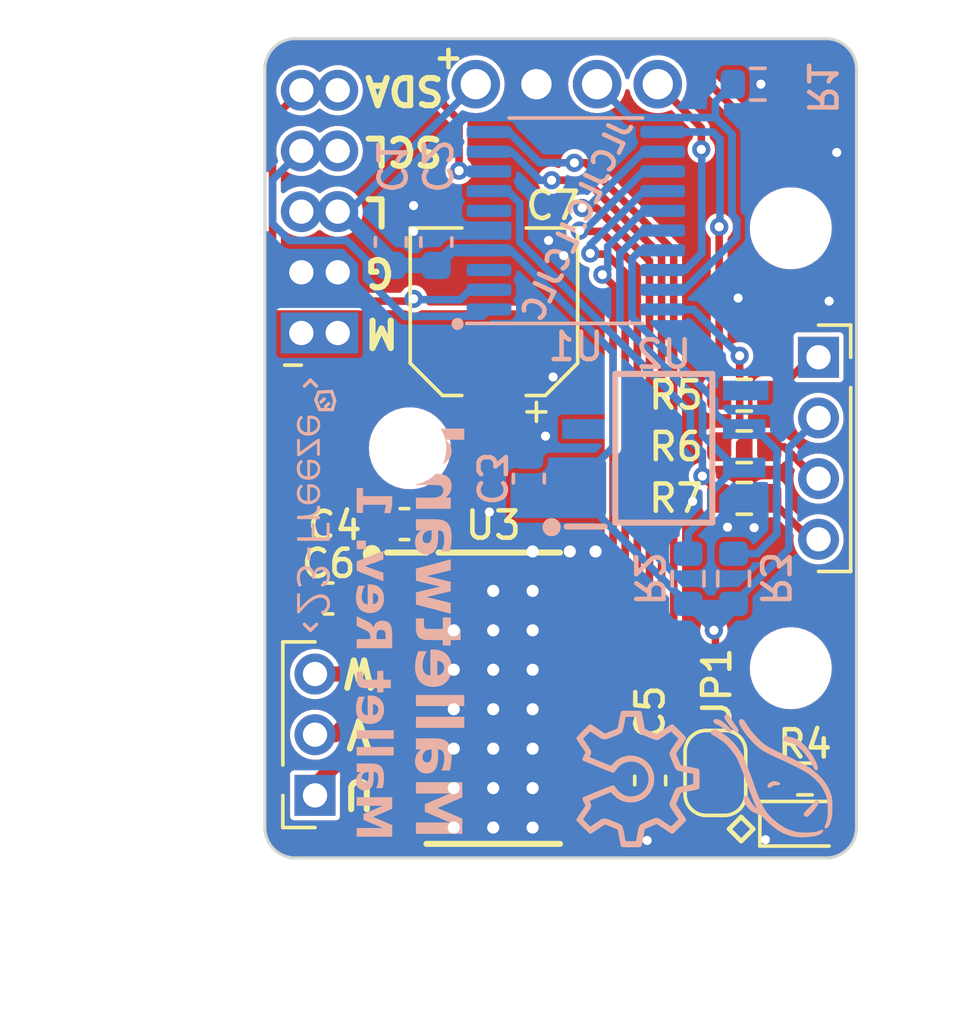
<source format=kicad_pcb>
(kicad_pcb (version 20221018) (generator pcbnew)
  (layers (0 "F.Cu" signal) (31 "B.Cu" signal) (34 "B.Paste" user) (35 "F.Paste" user) (36 "B.SilkS" user "B.Silkscreen") (37 "F.SilkS" user "F.Silkscreen") (38 "B.Mask" user) (39 "F.Mask" user) (44 "Edge.Cuts" user))
  (net 0 "")
  (net 1 "+3.3V")
  (net 2 "GND")
  (net 3 "Net-(U3-CPL)")
  (net 4 "Net-(U3-CPH)")
  (net 5 "V3P3O")
  (net 6 "Net-(U3-VCP)")
  (net 7 "VM")
  (net 8 "Net-(D1-A)")
  (net 9 "UNIT_SCL")
  (net 10 "MOTOR_U")
  (net 11 "MOTOR_V")
  (net 12 "MOTOR_W")
  (net 13 "SWCLK")
  (net 14 "SWDIO")
  (net 15 "MAG_SCL")
  (net 16 "MAG_SDA")
  (net 17 "LED_ACT")
  (net 18 "LED_R")
  (net 19 "LED_G")
  (net 20 "LED_B")
  (net 21 "IN_W")
  (net 22 "IN_V")
  (net 23 "IN_U")
  (net 24 "EN")
  (net 25 "NSLEEP")
  (net 26 "NFAULT")
  (net 29 "UNIT_SDA")
  (net 34 "Net-(J4-Pin_1)")
  (net 35 "Net-(J4-Pin_3)")
  (net 36 "Net-(J4-Pin_4)")
  (footprint "Resistor_SMD:R_0603_1608Metric" (layer "F.Cu") (at 36.15 39.1)
    (fp_text reference "R4" (at 0 -1.15) (layer "F.SilkS") (effects (font (size 0.9 0.9))))
    (fp_text value "6.8k")
    (pad "1" smd roundrect (at -0.825 0) (size 0.8 0.95) (layers "F.Cu" "F.Paste" "F.Mask") (net 17 "LED_ACT"))
    (pad "2" smd roundrect (at 0.825 0) (size 0.8 0.95) (layers "F.Cu" "F.Paste" "F.Mask") (net 8 "Net-(D1-A)"))
  )
  (footprint "Connector_PinHeader_2.00mm:PinHeader_1x05_P2.00mm_Vertical" (layer "F.Cu") (at 19.55 24.4 180)
    (fp_text reference "J1" hide)
    (fp_text value "Conn_01x05")
    (pad "1" thru_hole rect (at 0 0 180) (size 1.35 1.35) (drill 0.8) (layers "*.Cu" "*.Mask") (net 7 "VM"))
    (pad "2" thru_hole oval (at 0 2 180) (size 1.35 1.35) (drill 0.8) (layers "*.Cu" "*.Mask") (net 2 "GND"))
    (pad "3" thru_hole oval (at 0 4 180) (size 1.35 1.35) (drill 0.8) (layers "*.Cu" "*.Mask") (net 1 "+3.3V"))
    (pad "4" thru_hole oval (at 0 6 180) (size 1.35 1.35) (drill 0.8) (layers "*.Cu" "*.Mask") (net 9 "UNIT_SCL"))
    (pad "5" thru_hole oval (at 0 8 180) (size 1.35 1.35) (drill 0.8) (layers "*.Cu" "*.Mask") (net 29 "UNIT_SDA"))
  )
  (footprint "Connector_PinHeader_2.00mm:PinHeader_1x04_P2.00mm_Vertical" (layer "F.Cu") (at 36.6 25.2)
    (fp_text reference "J4" hide)
    (fp_text value "Conn_01x04")
    (pad "1" thru_hole rect (at 0 0) (size 1.35 1.35) (drill 0.8) (layers "*.Cu" "*.Mask") (net 34 "Net-(J4-Pin_1)"))
    (pad "2" thru_hole oval (at 0 2) (size 1.35 1.35) (drill 0.8) (layers "*.Cu" "*.Mask") (net 1 "+3.3V"))
    (pad "3" thru_hole oval (at 0 4) (size 1.35 1.35) (drill 0.8) (layers "*.Cu" "*.Mask") (net 35 "Net-(J4-Pin_3)"))
    (pad "4" thru_hole oval (at 0 6) (size 1.35 1.35) (drill 0.8) (layers "*.Cu" "*.Mask") (net 36 "Net-(J4-Pin_4)"))
  )
  (footprint "Capacitor_SMD:C_0603_1608Metric" (layer "F.Cu") (at 31.05 39.15 90)
    (fp_text reference "C5" (at 2.25 0 90) (layer "F.SilkS") (effects (font (size 0.9 0.9))))
    (fp_text value "470n")
    (pad "1" smd roundrect (at -0.775 0 90) (size 0.9 0.95) (layers "F.Cu" "F.Paste" "F.Mask") (net 5 "V3P3O"))
    (pad "2" smd roundrect (at 0.775 0 90) (size 0.9 0.95) (layers "F.Cu" "F.Paste" "F.Mask") (net 2 "GND"))
  )
  (footprint "Capacitor_SMD:C_0603_1608Metric" (layer "F.Cu") (at 20.45 33.15 180)
    (fp_text reference "C6" (at 0 1.15 180) (layer "F.SilkS") (effects (font (size 0.9 0.9))))
    (fp_text value "100n")
    (pad "1" smd roundrect (at -0.775 0 180) (size 0.9 0.95) (layers "F.Cu" "F.Paste" "F.Mask") (net 6 "Net-(U3-VCP)"))
    (pad "2" smd roundrect (at 0.775 0 180) (size 0.9 0.95) (layers "F.Cu" "F.Paste" "F.Mask") (net 7 "VM"))
  )
  (footprint "Resistor_SMD:R_0603_1608Metric" (layer "F.Cu") (at 34.15 28.15 180)
    (fp_text reference "R6" (at 2.25 0 180) (layer "F.SilkS") (effects (font (size 0.9 0.9))))
    (fp_text value "220")
    (pad "1" smd roundrect (at -0.825 0 180) (size 0.8 0.95) (layers "F.Cu" "F.Paste" "F.Mask") (net 35 "Net-(J4-Pin_3)"))
    (pad "2" smd roundrect (at 0.825 0 180) (size 0.8 0.95) (layers "F.Cu" "F.Paste" "F.Mask") (net 19 "LED_G"))
  )
  (footprint "Capacitor_SMD:C_0603_1608Metric" (layer "F.Cu") (at 22.95 30.7 180)
    (fp_text reference "C4" (at 2.3 -0.05) (layer "F.SilkS") (effects (font (size 0.9 0.9))))
    (fp_text value "10n")
    (pad "1" smd roundrect (at -0.775 0 180) (size 0.9 0.95) (layers "F.Cu" "F.Paste" "F.Mask") (net 3 "Net-(U3-CPL)"))
    (pad "2" smd roundrect (at 0.775 0 180) (size 0.9 0.95) (layers "F.Cu" "F.Paste" "F.Mask") (net 4 "Net-(U3-CPH)"))
  )
  (footprint "Jumper:SolderJumper-2_P1.3mm_Open_RoundedPad1.0x1.5mm" (layer "F.Cu") (at 33.2 38.9 90)
    (fp_text reference "JP1" (at 2.9 0.05 90) (layer "F.SilkS") (effects (font (size 0.9 0.9))))
    (fp_text value "SolderJumper_2_Open")
    (pad "1" smd custom (at -0.65 0 90) (size 1 0.5) (layers "F.Cu" "F.Mask") (net 5 "V3P3O") (options (clearance outline) (anchor rect)) (primitives (gr_circle (center 0 0.25) (end 0.5 0.25) (width 0) (fill yes)) (gr_circle (center 0 -0.25) (end 0.5 -0.25) (width 0) (fill yes)) (gr_poly (pts (xy 0.5 0.75) (xy 0 0.75) (xy 0 -0.75) (xy 0.5 -0.75)) (width 0) (fill yes))))
    (pad "2" smd custom (at 0.65 0 90) (size 1 0.5) (layers "F.Cu" "F.Mask") (net 1 "+3.3V") (options (clearance outline) (anchor rect)) (primitives (gr_circle (center 0 0.25) (end 0.5 0.25) (width 0) (fill yes)) (gr_circle (center 0 -0.25) (end 0.5 -0.25) (width 0) (fill yes)) (gr_poly (pts (xy 0 0.75) (xy -0.5 0.75) (xy -0.5 -0.75) (xy 0 -0.75)) (width 0) (fill yes))))
  )
  (footprint "LED_SMD:LED_0603_1608Metric" (layer "F.Cu") (at 36.15 40.575)
    (fp_text reference "D1" hide)
    (fp_text value "White")
    (pad "1" smd roundrect (at -0.7875 0) (size 0.875 0.95) (layers "F.Cu" "F.Paste" "F.Mask") (net 2 "GND"))
    (pad "2" smd roundrect (at 0.7875 0) (size 0.875 0.95) (layers "F.Cu" "F.Paste" "F.Mask") (net 8 "Net-(D1-A)"))
  )
  (footprint "Resistor_SMD:R_0603_1608Metric" (layer "F.Cu") (at 34.15 29.85 180)
    (fp_text reference "R7" (at 2.25 0 180) (layer "F.SilkS") (effects (font (size 0.9 0.9))))
    (fp_text value "220")
    (pad "1" smd roundrect (at -0.825 0 180) (size 0.8 0.95) (layers "F.Cu" "F.Paste" "F.Mask") (net 36 "Net-(J4-Pin_4)"))
    (pad "2" smd roundrect (at 0.825 0 180) (size 0.8 0.95) (layers "F.Cu" "F.Paste" "F.Mask") (net 20 "LED_B"))
  )
  (footprint "Connector_PinHeader_2.00mm:PinHeader_1x05_P2.00mm_Vertical" (layer "F.Cu") (at 20.75 24.4 180)
    (fp_text reference "J2" hide)
    (fp_text value "Conn_01x05")
    (pad "1" thru_hole rect (at 0 0 180) (size 1.35 1.35) (drill 0.8) (layers "*.Cu" "*.Mask") (net 7 "VM"))
    (pad "2" thru_hole oval (at 0 2 180) (size 1.35 1.35) (drill 0.8) (layers "*.Cu" "*.Mask") (net 2 "GND"))
    (pad "3" thru_hole oval (at 0 4 180) (size 1.35 1.35) (drill 0.8) (layers "*.Cu" "*.Mask") (net 1 "+3.3V"))
    (pad "4" thru_hole oval (at 0 6 180) (size 1.35 1.35) (drill 0.8) (layers "*.Cu" "*.Mask") (net 9 "UNIT_SCL"))
    (pad "5" thru_hole oval (at 0 8 180) (size 1.35 1.35) (drill 0.8) (layers "*.Cu" "*.Mask") (net 29 "UNIT_SDA"))
  )
  (footprint "Connector_PinHeader_2.00mm:PinHeader_1x03_P2.00mm_Vertical" (layer "F.Cu") (at 20 39.64 180)
    (fp_text reference "J3" hide)
    (fp_text value "Conn_01x03")
    (pad "1" thru_hole rect (at 0 0 180) (size 1.35 1.35) (drill 0.8) (layers "*.Cu" "*.Mask") (net 10 "MOTOR_U"))
    (pad "2" thru_hole oval (at 0 2 180) (size 1.35 1.35) (drill 0.8) (layers "*.Cu" "*.Mask") (net 11 "MOTOR_V"))
    (pad "3" thru_hole oval (at 0 4 180) (size 1.35 1.35) (drill 0.8) (layers "*.Cu" "*.Mask") (net 12 "MOTOR_W"))
  )
  (footprint "Mallet_footprints:SOP65P640X120-29N" (layer "F.Cu") (at 25.875 36.4375)
    (fp_text reference "U3" (at 0 -5.7) (layer "F.SilkS") (effects (font (size 0.9 0.9))))
    (fp_text value "DRV8313PWPR" hide)
    (pad "1" smd rect (at -2.938 -4.225 90) (size 0.45 1.475) (layers "F.Cu" "F.Paste" "F.Mask") (net 3 "Net-(U3-CPL)"))
    (pad "2" smd rect (at -2.938 -3.575 90) (size 0.45 1.475) (layers "F.Cu" "F.Paste" "F.Mask") (net 4 "Net-(U3-CPH)"))
    (pad "3" smd rect (at -2.938 -2.925 90) (size 0.45 1.475) (layers "F.Cu" "F.Paste" "F.Mask") (net 6 "Net-(U3-VCP)"))
    (pad "4" smd rect (at -2.938 -2.275 90) (size 0.45 1.475) (layers "F.Cu" "F.Paste" "F.Mask") (net 7 "VM"))
    (pad "5" smd rect (at -2.938 -1.625 90) (size 0.45 1.475) (layers "F.Cu" "F.Paste" "F.Mask") (net 12 "MOTOR_W"))
    (pad "6" smd rect (at -2.938 -0.975 90) (size 0.45 1.475) (layers "F.Cu" "F.Paste" "F.Mask") (net 2 "GND"))
    (pad "7" smd rect (at -2.938 -0.325 90) (size 0.45 1.475) (layers "F.Cu" "F.Paste" "F.Mask") (net 2 "GND"))
    (pad "8" smd rect (at -2.938 0.325 90) (size 0.45 1.475) (layers "F.Cu" "F.Paste" "F.Mask") (net 11 "MOTOR_V"))
    (pad "9" smd rect (at -2.938 0.975 90) (size 0.45 1.475) (layers "F.Cu" "F.Paste" "F.Mask") (net 10 "MOTOR_U"))
    (pad "10" smd rect (at -2.938 1.625 90) (size 0.45 1.475) (layers "F.Cu" "F.Paste" "F.Mask") (net 2 "GND"))
    (pad "11" smd rect (at -2.938 2.275 90) (size 0.45 1.475) (layers "F.Cu" "F.Paste" "F.Mask") (net 7 "VM"))
    (pad "12" smd rect (at -2.938 2.925 90) (size 0.45 1.475) (layers "F.Cu" "F.Paste" "F.Mask") (net 2 "GND"))
    (pad "13" smd rect (at -2.938 3.575 90) (size 0.45 1.475) (layers "F.Cu" "F.Paste" "F.Mask") (net 2 "GND"))
    (pad "14" smd rect (at -2.938 4.225 90) (size 0.45 1.475) (layers "F.Cu" "F.Paste" "F.Mask") (net 2 "GND"))
    (pad "15" smd rect (at 2.938 4.225 90) (size 0.45 1.475) (layers "F.Cu" "F.Paste" "F.Mask") (net 5 "V3P3O"))
    (pad "16" smd rect (at 2.938 3.575 90) (size 0.45 1.475) (layers "F.Cu" "F.Paste" "F.Mask") (net 5 "V3P3O"))
    (pad "17" smd rect (at 2.938 2.925 90) (size 0.45 1.475) (layers "F.Cu" "F.Paste" "F.Mask") (net 25 "NSLEEP"))
    (pad "18" smd rect (at 2.938 2.275 90) (size 0.45 1.475) (layers "F.Cu" "F.Paste" "F.Mask") (net 26 "NFAULT"))
    (pad "19" smd rect (at 2.938 1.625 90) (size 0.45 1.475) (layers "F.Cu" "F.Paste" "F.Mask"))
    (pad "20" smd rect (at 2.938 0.975 90) (size 0.45 1.475) (layers "F.Cu" "F.Paste" "F.Mask") (net 2 "GND"))
    (pad "21" smd rect (at 2.938 0.325 90) (size 0.45 1.475) (layers "F.Cu" "F.Paste" "F.Mask"))
    (pad "22" smd rect (at 2.938 -0.325 90) (size 0.45 1.475) (layers "F.Cu" "F.Paste" "F.Mask") (net 24 "EN"))
    (pad "23" smd rect (at 2.938 -0.975 90) (size 0.45 1.475) (layers "F.Cu" "F.Paste" "F.Mask") (net 23 "IN_U"))
    (pad "24" smd rect (at 2.938 -1.625 90) (size 0.45 1.475) (layers "F.Cu" "F.Paste" "F.Mask") (net 24 "EN"))
    (pad "25" smd rect (at 2.938 -2.275 90) (size 0.45 1.475) (layers "F.Cu" "F.Paste" "F.Mask") (net 22 "IN_V"))
    (pad "26" smd rect (at 2.938 -2.925 90) (size 0.45 1.475) (layers "F.Cu" "F.Paste" "F.Mask") (net 24 "EN"))
    (pad "27" smd rect (at 2.938 -3.575 90) (size 0.45 1.475) (layers "F.Cu" "F.Paste" "F.Mask") (net 21 "IN_W"))
    (pad "28" smd rect (at 2.938 -4.225 90) (size 0.45 1.475) (layers "F.Cu" "F.Paste" "F.Mask") (net 2 "GND"))
    (pad "29" smd rect (at 0 0) (size 3.1 5.18) (layers "F.Cu" "F.Paste" "F.Mask") (net 2 "GND"))
  )
  (footprint "Mallet_footprints:TestPoints_1x04_P2.0" (layer "F.Cu") (at 28.3 16.2)
    (fp_text reference "J5" hide)
    (fp_text value "Conn_01x04")
    (fp_text user "+" (at -3.9 -0.9 unlocked) (layer "F.SilkS") (effects (font (size 0.75 0.75))))
    (pad "1" thru_hole circle (at -3 0) (size 1.6 1.6) (drill 1) (layers "*.Cu" "*.Mask") (net 1 "+3.3V"))
    (pad "2" thru_hole circle (at -1 0) (size 1.6 1.6) (drill 1) (layers "*.Cu" "*.Mask") (net 2 "GND"))
    (pad "3" thru_hole circle (at 1 0) (size 1.6 1.6) (drill 1) (layers "*.Cu" "*.Mask") (net 13 "SWCLK"))
    (pad "4" thru_hole circle (at 3 0) (size 1.6 1.6) (drill 1) (layers "*.Cu" "*.Mask") (net 14 "SWDIO"))
  )
  (footprint "Capacitor_SMD:CP_Elec_5x3.9" (layer "F.Cu") (at 25.9 23.7 90)
    (fp_text reference "C7" (at 3.5 1.95 180) (layer "F.SilkS") (effects (font (size 0.9 0.9))))
    (fp_text value "10u")
    (pad "1" smd roundrect (at -2.2 0 90) (size 3 1.6) (layers "F.Cu" "F.Paste" "F.Mask") (roundrect_rratio 0.15625) (net 7 "VM"))
    (pad "2" smd roundrect (at 2.2 0 90) (size 3 1.6) (layers "F.Cu" "F.Paste" "F.Mask") (roundrect_rratio 0.15625) (net 2 "GND"))
  )
  (footprint "Mallet_footprints:MountingHoles_M3_Tri14.5" (layer "F.Cu") (at 31.5 28.2 -30)
    (fp_text reference "H1" hide)
    (fp_text value "MountingHole")
    (pad "" np_thru_hole circle (at -7.25 4.185789 330) (size 2.4 2.4) (drill 2.4) (layers "F&B.Cu" "*.Mask"))
    (pad "" np_thru_hole circle (at 0 -8.371579 330) (size 2.4 2.4) (drill 2.4) (layers "F&B.Cu" "*.Mask"))
    (pad "" np_thru_hole circle (at 7.25 4.185789 330) (size 2.4 2.4) (drill 2.4) (layers "F&B.Cu" "*.Mask"))
  )
  (footprint "Resistor_SMD:R_0603_1608Metric" (layer "F.Cu") (at 34.15 26.45 180)
    (fp_text reference "R5" (at 2.25 0 180) (layer "F.SilkS") (effects (font (size 0.9 0.9))))
    (fp_text value "220")
    (pad "1" smd roundrect (at -0.825 0 180) (size 0.8 0.95) (layers "F.Cu" "F.Paste" "F.Mask") (net 34 "Net-(J4-Pin_1)"))
    (pad "2" smd roundrect (at 0.825 0 180) (size 0.8 0.95) (layers "F.Cu" "F.Paste" "F.Mask") (net 18 "LED_R"))
  )
  (footprint "Capacitor_SMD:C_0603_1608Metric" (layer "B.Cu") (at 22.5 21.4 90)
    (fp_text reference "C1" (at 2.5 0 270 unlocked) (layer "B.SilkS") (effects (font (size 0.9 0.9)) (justify mirror)))
    (fp_text value "4.7u")
    (pad "1" smd roundrect (at -0.775 0 90) (size 0.9 0.95) (layers "B.Cu" "B.Paste" "B.Mask") (net 1 "+3.3V"))
    (pad "2" smd roundrect (at 0.775 0 90) (size 0.9 0.95) (layers "B.Cu" "B.Paste" "B.Mask") (net 2 "GND"))
  )
  (footprint "LOGO" (layer "B.Cu") (at 30.65 39.1 90)
    (fp_text reference "G***" hide)
    (fp_text value "LOGO" hide)
  )
  (footprint "LOGO" (layer "B.Cu") (at 34.970316 38.943527 90)
    (fp_text reference "G***" hide)
    (fp_text value "LOGO" hide)
  )
  (footprint "Resistor_SMD:R_0603_1608Metric" (layer "B.Cu") (at 33.8 32.5 90)
    (fp_text reference "R3" (at 0 1.35 270 unlocked) (layer "B.SilkS") (effects (font (size 0.9 0.9)) (justify mirror)))
    (fp_text value "1.5k")
    (pad "1" smd roundrect (at -0.825 0 90) (size 0.8 0.95) (layers "B.Cu" "B.Paste" "B.Mask") (net 1 "+3.3V"))
    (pad "2" smd roundrect (at 0.825 0 90) (size 0.8 0.95) (layers "B.Cu" "B.Paste" "B.Mask") (net 16 "MAG_SDA"))
  )
  (footprint "Capacitor_SMD:C_0603_1608Metric" (layer "B.Cu") (at 24 21.4 90)
    (fp_text reference "C2" (at 2.5 0 270 unlocked) (layer "B.SilkS") (effects (font (size 0.9 0.9)) (justify mirror)))
    (fp_text value "100n")
    (pad "1" smd roundrect (at -0.775 0 90) (size 0.9 0.95) (layers "B.Cu" "B.Paste" "B.Mask") (net 1 "+3.3V"))
    (pad "2" smd roundrect (at 0.775 0 90) (size 0.9 0.95) (layers "B.Cu" "B.Paste" "B.Mask") (net 2 "GND"))
  )
  (footprint "Resistor_SMD:R_0603_1608Metric" (layer "B.Cu") (at 32.3 32.5 90)
    (fp_text reference "R2" (at 0 -1.3 270 unlocked) (layer "B.SilkS") (effects (font (size 0.9 0.9)) (justify mirror)))
    (fp_text value "1.5k")
    (pad "1" smd roundrect (at -0.825 0 90) (size 0.8 0.95) (layers "B.Cu" "B.Paste" "B.Mask") (net 1 "+3.3V"))
    (pad "2" smd roundrect (at 0.825 0 90) (size 0.8 0.95) (layers "B.Cu" "B.Paste" "B.Mask") (net 15 "MAG_SCL"))
  )
  (footprint "Capacitor_SMD:C_0603_1608Metric" (layer "B.Cu") (at 27.05 29.2 90)
    (fp_text reference "C3" (at 0 -1.25 270 unlocked) (layer "B.SilkS") (effects (font (size 0.9 0.9)) (justify mirror)))
    (fp_text value "100n")
    (pad "1" smd roundrect (at -0.775 0 90) (size 0.9 0.95) (layers "B.Cu" "B.Paste" "B.Mask") (net 1 "+3.3V"))
    (pad "2" smd roundrect (at 0.775 0 90) (size 0.9 0.95) (layers "B.Cu" "B.Paste" "B.Mask") (net 2 "GND"))
  )
  (footprint "Mallet_footprints:SOIC127P600X175-8N" (layer "B.Cu") (at 31.5 28.2)
    (fp_text reference "U2" (at 0 -3.1 180) (layer "B.SilkS") (effects (font (size 0.9 0.9)) (justify mirror)))
    (fp_text value "AS5600L-ASOM" hide)
    (pad "1" smd rect (at -2.7 1.905 270) (size 0.65 1.5) (layers "B.Cu" "B.Paste" "B.Mask") (net 1 "+3.3V"))
    (pad "2" smd rect (at -2.65 0.635 270) (size 0.65 1.4) (layers "B.Cu" "B.Paste" "B.Mask") (net 1 "+3.3V"))
    (pad "3" smd rect (at -2.65 -0.635 270) (size 0.65 1.4) (layers "B.Cu" "B.Paste" "B.Mask"))
    (pad "4" smd rect (at -2.7 -1.905 270) (size 0.65 1.5) (layers "B.Cu" "B.Paste" "B.Mask") (net 2 "GND"))
    (pad "5" smd rect (at 2.7 -1.905 270) (size 0.65 1.5) (layers "B.Cu" "B.Paste" "B.Mask"))
    (pad "6" smd rect (at 2.65 -0.635 270) (size 0.65 1.4) (layers "B.Cu" "B.Paste" "B.Mask") (net 16 "MAG_SDA"))
    (pad "7" smd rect (at 2.65 0.635 270) (size 0.65 1.4) (layers "B.Cu" "B.Paste" "B.Mask") (net 15 "MAG_SCL"))
    (pad "8" smd rect (at 2.7 1.905 270) (size 0.65 1.5) (layers "B.Cu" "B.Paste" "B.Mask") (net 2 "GND"))
  )
  (footprint "Resistor_SMD:R_0603_1608Metric" (layer "B.Cu") (at 34.6 16.2)
    (fp_text reference "R1" (at 2.1 0.1 -90 unlocked) (layer "B.SilkS") (effects (font (size 0.9 0.9)) (justify mirror)))
    (fp_text value "1M")
    (pad "1" smd roundrect (at -0.825 0) (size 0.8 0.95) (layers "B.Cu" "B.Paste" "B.Mask") (net 13 "SWCLK"))
    (pad "2" smd roundrect (at 0.825 0) (size 0.8 0.95) (layers "B.Cu" "B.Paste" "B.Mask") (net 2 "GND"))
  )
  (footprint "LOGO" (layer "B.Cu") (at 19.95 30.4 90)
    (fp_text reference "G***" hide)
    (fp_text value "LOGO" hide)
  )
  (footprint "Package_SO:TSSOP-20_4.4x6.5mm_P0.65mm" (layer "B.Cu") (at 28.6 20.7)
    (fp_text reference "U1" (at 0 4.15) (layer "B.SilkS") (effects (font (size 0.9 0.9)) (justify mirror)))
    (fp_text value "STM32G030F6Px")
    (pad "1" smd roundrect (at -2.8625 2.925) (size 1.475 0.4) (layers "B.Cu" "B.Paste" "B.Mask") (net 9 "UNIT_SCL"))
    (pad "2" smd roundrect (at -2.8625 2.275) (size 1.475 0.4) (layers "B.Cu" "B.Paste" "B.Mask") (net 29 "UNIT_SDA"))
    (pad "3" smd roundrect (at -2.8625 1.625) (size 1.475 0.4) (layers "B.Cu" "B.Paste" "B.Mask"))
    (pad "4" smd roundrect (at -2.8625 0.975) (size 1.475 0.4) (layers "B.Cu" "B.Paste" "B.Mask") (net 1 "+3.3V"))
    (pad "5" smd roundrect (at -2.8625 0.325) (size 1.475 0.4) (layers "B.Cu" "B.Paste" "B.Mask") (net 2 "GND"))
    (pad "6" smd roundrect (at -2.8625 -0.325) (size 1.475 0.4) (layers "B.Cu" "B.Paste" "B.Mask"))
    (pad "7" smd roundrect (at -2.8625 -0.975) (size 1.475 0.4) (layers "B.Cu" "B.Paste" "B.Mask") (net 20 "LED_B"))
    (pad "8" smd roundrect (at -2.8625 -1.625) (size 1.475 0.4) (layers "B.Cu" "B.Paste" "B.Mask") (net 17 "LED_ACT"))
    (pad "9" smd roundrect (at -2.8625 -2.275) (size 1.475 0.4) (layers "B.Cu" "B.Paste" "B.Mask") (net 26 "NFAULT"))
    (pad "10" smd roundrect (at -2.8625 -2.925) (size 1.475 0.4) (layers "B.Cu" "B.Paste" "B.Mask") (net 25 "NSLEEP"))
    (pad "11" smd roundrect (at 2.8625 -2.925) (size 1.475 0.4) (layers "B.Cu" "B.Paste" "B.Mask") (net 18 "LED_R"))
    (pad "12" smd roundrect (at 2.8625 -2.275) (size 1.475 0.4) (layers "B.Cu" "B.Paste" "B.Mask") (net 24 "EN"))
    (pad "13" smd roundrect (at 2.8625 -1.625) (size 1.475 0.4) (layers "B.Cu" "B.Paste" "B.Mask") (net 23 "IN_U"))
    (pad "14" smd roundrect (at 2.8625 -0.975) (size 1.475 0.4) (layers "B.Cu" "B.Paste" "B.Mask") (net 22 "IN_V"))
    (pad "15" smd roundrect (at 2.8625 -0.325) (size 1.475 0.4) (layers "B.Cu" "B.Paste" "B.Mask") (net 21 "IN_W"))
    (pad "16" smd roundrect (at 2.8625 0.325) (size 1.475 0.4) (layers "B.Cu" "B.Paste" "B.Mask") (net 15 "MAG_SCL"))
    (pad "17" smd roundrect (at 2.8625 0.975) (size 1.475 0.4) (layers "B.Cu" "B.Paste" "B.Mask") (net 16 "MAG_SDA"))
    (pad "18" smd roundrect (at 2.8625 1.625) (size 1.475 0.4) (layers "B.Cu" "B.Paste" "B.Mask") (net 14 "SWDIO"))
    (pad "19" smd roundrect (at 2.8625 2.275) (size 1.475 0.4) (layers "B.Cu" "B.Paste" "B.Mask") (net 13 "SWCLK"))
    (pad "20" smd roundrect (at 2.8625 2.925) (size 1.475 0.4) (layers "B.Cu" "B.Paste" "B.Mask") (net 19 "LED_G"))
  )
  (gr_line (start 19.85 34.2) (end 20.05 34) (stroke (width 0.11)) (layer "B.SilkS"))
  (gr_line (start 20.025 26.6) (end 20.125 26.35) (stroke (width 0.11)) (layer "B.SilkS"))
  (gr_line (start 19.65 34) (end 19.85 34.2) (stroke (width 0.11)) (layer "B.SilkS"))
  (gr_line (start 20.45 26.725) (end 20.35 26.825) (stroke (width 0.11)) (layer "B.SilkS"))
  (gr_line (start 19.65 26.15) (end 19.85 25.95) (stroke (width 0.11)) (layer "B.SilkS"))
  (gr_line (start 20.3 26.575) (end 20.2 26.675) (stroke (width 0.11)) (layer "B.SilkS"))
  (gr_line (start 20.575 26.925) (end 20.15 26.925) (stroke (width 0.11)) (layer "B.SilkS"))
  (gr_circle (center 24.7 24.1) (end 24.9 24.1) (fill solid) (layer "B.SilkS"))
  (gr_line (start 20.65 26.625) (end 20.575 26.925) (stroke (width 0.11)) (layer "B.SilkS"))
  (gr_line (start 20.125 26.35) (end 20.525 26.325) (stroke (width 0.11)) (layer "B.SilkS"))
  (gr_line (start 20.55 26.325) (end 20.65 26.625) (stroke (width 0.11)) (layer "B.SilkS"))
  (gr_line (start 19.85 25.95) (end 20.05 26.15) (stroke (width 0.11)) (layer "B.SilkS"))
  (gr_line (start 20.15 26.925) (end 20.025 26.6) (stroke (width 0.11)) (layer "B.SilkS"))
  (gr_line (start 34.45 40.75) (end 34.05 41.15) (stroke (width 0.15)) (layer "F.SilkS"))
  (gr_line (start 34.05 40.35) (end 34.45 40.75) (stroke (width 0.15)) (layer "F.SilkS"))
  (gr_line (start 34.05 41.15) (end 33.65 40.75) (stroke (width 0.15)) (layer "F.SilkS"))
  (gr_line (start 33.65 40.75) (end 34.05 40.35) (stroke (width 0.15)) (layer "F.SilkS"))
  (gr_line (start 37.85 15.7) (end 37.85 40.7) (stroke (width 0.1)) (layer "Edge.Cuts"))
  (gr_arc (start 18.35 15.7) (mid 18.642893 14.992894) (end 19.35 14.7) (stroke (width 0.1)) (layer "Edge.Cuts"))
  (gr_line (start 18.35 15.7) (end 18.35 40.7) (stroke (width 0.1)) (layer "Edge.Cuts"))
  (gr_line (start 19.35 41.7) (end 36.85 41.7) (stroke (width 0.1)) (layer "Edge.Cuts"))
  (gr_arc (start 37.85 40.7) (mid 37.557107 41.407107) (end 36.85 41.7) (stroke (width 0.1)) (layer "Edge.Cuts"))
  (gr_line (start 19.35 14.7) (end 36.85 14.7) (stroke (width 0.1)) (layer "Edge.Cuts"))
  (gr_arc (start 19.35 41.7) (mid 18.642894 41.407107) (end 18.35 40.7) (stroke (width 0.1)) (layer "Edge.Cuts"))
  (gr_arc (start 36.85 14.7) (mid 37.557107 14.992893) (end 37.85 15.7) (stroke (width 0.1)) (layer "Edge.Cuts"))
  (gr_text "Mallet Rev. 1" (at 21.85 41.15 270) (layer "B.SilkS") (effects (font (size 1.15 1.15) (thickness 0.2) bold) (justify left mirror)))
  (gr_text "Malletwand" (at 23.95 41.1 270) (layer "B.SilkS") (effects (font (size 1.5 1.5) (thickness 0.2) bold) (justify left mirror)))
  (gr_text "JLCJLCJLCJLC" (at 28.65 20.65 65) (layer "B.SilkS") (effects (font (size 0.7 0.7)) (justify mirror)))
  (gr_text "V" (at 21.45 37.6 180) (layer "F.SilkS") (effects (font (size 0.9 0.9) (thickness 0.2) bold)))
  (gr_text "L" (at 21.55 20.4 180) (layer "F.SilkS") (effects (font (size 0.9 0.9) (thickness 0.2) bold) (justify right)))
  (gr_text "SCL" (at 21.55 18.4 180) (layer "F.SilkS") (effects (font (size 0.9 0.9) (thickness 0.2) bold) (justify right)))
  (gr_text "W" (at 21.45 35.6 180) (layer "F.SilkS") (effects (font (size 0.9 0.9) (thickness 0.2) bold)))
  (gr_text "M" (at 21.55 24.4 180) (layer "F.SilkS") (effects (font (size 0.9 0.9) (thickness 0.2) bold) (justify right)))
  (gr_text "G" (at 21.55 22.4 180) (layer "F.SilkS") (effects (font (size 0.9 0.9) (thickness 0.2) bold) (justify right)))
  (gr_text "U" (at 21.45 39.6 180) (layer "F.SilkS") (effects (font (size 0.9 0.9) (thickness 0.2) bold)))
  (gr_text "SDA" (at 21.55 16.4 180) (layer "F.SilkS") (effects (font (size 0.9 0.9) (thickness 0.2) bold) (justify right)))
  (segment (start 33.2 38.25) (end 33.2 34.25) (width 0.25) (layer "F.Cu") (net 1))
  (segment (start 33.2 34.25) (end 33.15 34.2) (width 0.25) (layer "F.Cu") (net 1))
  (via (at 33.15 34.2) (size 0.6) (drill 0.3) (layers "F.Cu" "B.Cu") (net 1))
  (segment (start 20.909882 20.4) (end 20.5 20.4) (width 0.5) (layer "B.Cu") (net 1))
  (segment (start 28.8 30.105) (end 27.18 30.105) (width 0.5) (layer "B.Cu") (net 1))
  (segment (start 32.3 33.325) (end 33.8 33.325) (width 0.25) (layer "B.Cu") (net 1))
  (segment (start 29.2275 28.835) (end 29.09 28.835) (width 0.25) (layer "B.Cu") (net 1))
  (segment (start 24.5 21.675) (end 25.7375 21.675) (width 0.4) (layer "B.Cu") (net 1))
  (segment (start 22.5 22.175) (end 22.5 21.990118) (width 0.5) (layer "B.Cu") (net 1))
  (segment (start 35.625 31.5) (end 35.625 28.175) (width 0.25) (layer "B.Cu") (net 1))
  (segment (start 33.15 34.175) (end 32.3 33.325) (width 0.25) (layer "B.Cu") (net 1))
  (segment (start 29.825 25.040686) (end 26.459314 21.675) (width 0.25) (layer "B.Cu") (net 1))
  (segment (start 29.825 28.165) (end 29.825 25.040686) (width 0.25) (layer "B.Cu") (net 1))
  (segment (start 29.155 28.835) (end 29.825 28.165) (width 0.25) (layer "B.Cu") (net 1))
  (segment (start 28.85 28.835) (end 29.155 28.835) (width 0.25) (layer "B.Cu") (net 1))
  (segment (start 33.8 33.325) (end 35.625 31.5) (width 0.25) (layer "B.Cu") (net 1))
  (segment (start 21.1 20.4) (end 20.75 20.4) (width 0.25) (layer "B.Cu") (net 1))
  (segment (start 22.5 21.990118) (end 20.909882 20.4) (width 0.5) (layer "B.Cu") (net 1))
  (segment (start 33.15 34.2) (end 29.45 30.5) (width 0.25) (layer "B.Cu") (net 1))
  (segment (start 27.18 30.105) (end 26.975 29.9) (width 0.5) (layer "B.Cu") (net 1))
  (segment (start 33.15 34.2) (end 33.15 34.175) (width 0.25) (layer "B.Cu") (net 1))
  (segment (start 35.625 28.175) (end 36.6 27.2) (width 0.25) (layer "B.Cu") (net 1))
  (segment (start 29.45 30.5) (end 29.45 30.3) (width 0.25) (layer "B.Cu") (net 1))
  (segment (start 24 22.175) (end 24.5 21.675) (width 0.4) (layer "B.Cu") (net 1))
  (segment (start 25.3 16.2) (end 21.1 20.4) (width 0.25) (layer "B.Cu") (net 1))
  (segment (start 22.5 22.175) (end 22.275 22.175) (width 0.5) (layer "B.Cu") (net 1))
  (segment (start 26.459314 21.675) (end 25.7375 21.675) (width 0.25) (layer "B.Cu") (net 1))
  (segment (start 22.5 22.175) (end 24 22.175) (width 0.5) (layer "B.Cu") (net 1))
  (segment (start 29.45 30.3) (end 29.35 30.2) (width 0.25) (layer "B.Cu") (net 1))
  (via (at 24.575 38.1) (size 0.6) (drill 0.4) (layers "F.Cu" "B.Cu") (net 2))
  (via (at 27.175 35.5) (size 0.6) (drill 0.4) (layers "F.Cu" "B.Cu") (net 2))
  (via (at 24.575 36.8) (size 0.6) (drill 0.4) (layers "F.Cu" "B.Cu") (net 2))
  (via (at 25.875 36.8) (size 0.6) (drill 0.4) (layers "F.Cu" "B.Cu") (net 2))
  (via (at 25.875 32.9) (size 0.6) (drill 0.4) (layers "F.Cu" "B.Cu") (net 2))
  (via (at 34.47789 30.817338) (size 0.6) (drill 0.3) (layers "F.Cu" "B.Cu") (net 2))
  (via (at 27.175 38.1) (size 0.6) (drill 0.4) (layers "F.Cu" "B.Cu") (net 2))
  (via (at 24.575 39.4) (size 0.6) (drill 0.4) (layers "F.Cu" "B.Cu") (net 2))
  (via (at 25.875 34.2) (size 0.6) (drill 0.4) (layers "F.Cu" "B.Cu") (net 2))
  (via (at 29.250003 31.6) (size 0.6) (drill 0.4) (layers "F.Cu" "B.Cu") (net 2))
  (via (at 23.25 21.05) (size 0.6) (drill 0.3) (layers "F.Cu" "B.Cu") (net 2))
  (via (at 27.175 32.9) (size 0.6) (drill 0.4) (layers "F.Cu" "B.Cu") (net 2))
  (via (at 24.575 34.2) (size 0.6) (drill 0.4) (layers "F.Cu" "B.Cu") (net 2))
  (via (at 30.95 41.125) (size 0.6) (drill 0.3) (layers "F.Cu" "B.Cu") (net 2))
  (via (at 25.75 30.3) (size 0.6) (drill 0.3) (layers "F.Cu" "B.Cu") (net 2))
  (via (at 24.575 35.5) (size 0.6) (drill 0.4) (layers "F.Cu" "B.Cu") (net 2))
  (via (at 24.575 40.7) (size 0.6) (drill 0.4) (layers "F.Cu" "B.Cu") (net 2))
  (via (at 25.875 39.4) (size 0.6) (drill 0.4) (layers "F.Cu" "B.Cu") (net 2))
  (via (at 25.875 38.1) (size 0.6) (drill 0.4) (layers "F.Cu" "B.Cu") (net 2))
  (via (at 25.875 40.7) (size 0.6) (drill 0.4) (layers "F.Cu" "B.Cu") (net 2))
  (via (at 37.2 18.45) (size 0.6) (drill 0.3) (layers "F.Cu" "B.Cu") (net 2))
  (via (at 34.85 41.1) (size 0.6) (drill 0.3) (layers "F.Cu" "B.Cu") (net 2))
  (via (at 27.175 31.6) (size 0.6) (drill 0.4) (layers "F.Cu" "B.Cu") (net 2))
  (via (at 27.175 34.2) (size 0.6) (drill 0.4) (layers "F.Cu" "B.Cu") (net 2))
  (via (at 27.175 39.4) (size 0.6) (drill 0.4) (layers "F.Cu" "B.Cu") (net 2))
  (via (at 27.175 40.7) (size 0.6) (drill 0.4) (layers "F.Cu" "B.Cu") (net 2))
  (via (at 33.95 23.25) (size 0.6) (drill 0.3) (layers "F.Cu" "B.Cu") (net 2))
  (via (at 23.25 20.2) (size 0.6) (drill 0.3) (layers "F.Cu" "B.Cu") (net 2))
  (via (at 27.85 25.85) (size 0.6) (drill 0.3) (layers "F.Cu" "B.Cu") (net 2))
  (via (at 33.6 30.8) (size 0.6) (drill 0.3) (layers "F.Cu" "B.Cu") (net 2))
  (via (at 25.875 35.5) (size 0.6) (drill 0.4) (layers "F.Cu" "B.Cu") (net 2))
  (via (at 28.2 21.85) (size 0.6) (drill 0.3) (layers "F.Cu" "B.Cu") (net 2))
  (via (at 34.7 16.2) (size 0.6) (drill 0.3) (layers "F.Cu" "B.Cu") (net 2))
  (via (at 28.4 31.6) (size 0.6) (drill 0.4) (layers "F.Cu" "B.Cu") (net 2))
  (via (at 27.175 36.8) (size 0.6) (drill 0.4) (layers "F.Cu" "B.Cu") (net 2))
  (via (at 36.95 23.35) (size 0.6) (drill 0.3) (layers "F.Cu" "B.Cu") (net 2))
  (via (at 27.7 21.35) (size 0.6) (drill 0.3) (layers "F.Cu" "B.Cu") (net 2))
  (via (at 27.6 27.8) (size 0.6) (drill 0.3) (layers "F.Cu" "B.Cu") (net 2))
  (via (at 32.45 29.95) (size 0.6) (drill 0.3) (layers "F.Cu" "B.Cu") (net 2))
  (segment (start 24.9 21.025) (end 25.7375 21.025) (width 0.5) (layer "B.Cu") (net 2))
  (segment (start 23.725 30.7) (end 22.937 31.488) (width 0.25) (layer "F.Cu") (net 3))
  (segment (start 22.937 31.488) (end 22.937 32.2125) (width 0.25) (layer "F.Cu") (net 3))
  (segment (start 22.937 32.8625) (end 22.0745 32.8625) (width 0.25) (layer "F.Cu") (net 4))
  (segment (start 21.9245 32.7125) (end 21.9245 30.9505) (width 0.25) (layer "F.Cu") (net 4))
  (segment (start 22.0745 32.8625) (end 21.9245 32.7125) (width 0.25) (layer "F.Cu") (net 4))
  (segment (start 21.9245 30.9505) (end 22.175 30.7) (width 0.25) (layer "F.Cu") (net 4))
  (segment (start 21.5875 33.5125) (end 22.937 33.5125) (width 0.25) (layer "F.Cu") (net 6))
  (segment (start 21.225 33.15) (end 21.5875 33.5125) (width 0.25) (layer "F.Cu") (net 6))
  (segment (start 36.9375 40.575) (end 36.9375 39.1375) (width 0.25) (layer "F.Cu") (net 8))
  (segment (start 36.9375 39.1375) (end 36.975 39.1) (width 0.25) (layer "F.Cu") (net 8))
  (segment (start 18.6 19.35) (end 19.55 18.4) (width 0.25) (layer "B.Cu") (net 9))
  (segment (start 21.043503 21.35) (end 19.156497 21.35) (width 0.25) (layer "B.Cu") (net 9))
  (segment (start 21.7 22.006497) (end 21.043503 21.35) (width 0.25) (layer "B.Cu") (net 9))
  (segment (start 25.7375 23.625) (end 25.5125 23.85) (width 0.25) (layer "B.Cu") (net 9))
  (segment (start 19.156497 21.35) (end 18.6 20.793503) (width 0.25) (layer "B.Cu") (net 9))
  (segment (start 22.936827 23.85) (end 21.7 22.613173) (width 0.25) (layer "B.Cu") (net 9))
  (segment (start 21.7 22.613173) (end 21.7 22.006497) (width 0.25) (layer "B.Cu") (net 9))
  (segment (start 18.6 20.793503) (end 18.6 19.35) (width 0.25) (layer "B.Cu") (net 9))
  (segment (start 25.5125 23.85) (end 22.936827 23.85) (width 0.25) (layer "B.Cu") (net 9))
  (segment (start 22.937 37.4125) (end 21.8935 37.4125) (width 0.5) (layer "F.Cu") (net 10))
  (segment (start 21.8935 37.4125) (end 20 39.306) (width 0.5) (layer "F.Cu") (net 10))
  (segment (start 20 39.306) (end 20 39.64) (width 0.5) (layer "F.Cu") (net 10))
  (segment (start 21.5375 36.7625) (end 20.66 37.64) (width 0.5) (layer "F.Cu") (net 11))
  (segment (start 20.66 37.64) (end 20 37.64) (width 0.5) (layer "F.Cu") (net 11))
  (segment (start 22.937 36.7625) (end 21.5375 36.7625) (width 0.5) (layer "F.Cu") (net 11))
  (segment (start 22.937 34.8125) (end 21.6875 34.8125) (width 0.5) (layer "F.Cu") (net 12))
  (segment (start 20.86 35.64) (end 20 35.64) (width 0.5) (layer "F.Cu") (net 12))
  (segment (start 21.6875 34.8125) (end 20.86 35.64) (width 0.5) (layer "F.Cu") (net 12))
  (segment (start 33.2 17.3) (end 33.2 16.775) (width 0.25) (layer "B.Cu") (net 13))
  (segment (start 30.4 17.3) (end 29.3 16.2) (width 0.25) (layer "B.Cu") (net 13))
  (segment (start 33.2 17.3) (end 30.4 17.3) (width 0.25) (layer "B.Cu") (net 13))
  (segment (start 33.75 20.511827) (end 33.75 17.850001) (width 0.25) (layer "B.Cu") (net 13))
  (segment (start 32.175 22.975) (end 33.9 21.25) (width 0.25) (layer "B.Cu") (net 13))
  (segment (start 33.2 16.775) (end 33.775 16.2) (width 0.25) (layer "B.Cu") (net 13))
  (segment (start 31.4625 22.975) (end 32.175 22.975) (width 0.25) (layer "B.Cu") (net 13))
  (segment (start 33.9 21.25) (end 33.9 20.661827) (width 0.25) (layer "B.Cu") (net 13))
  (segment (start 33.75 17.850001) (end 33.2 17.3) (width 0.25) (layer "B.Cu") (net 13))
  (segment (start 33.9 20.661827) (end 33.75 20.511827) (width 0.25) (layer "B.Cu") (net 13))
  (segment (start 32.73557 17.63557) (end 31.3 16.2) (width 0.25) (layer "F.Cu") (net 14))
  (segment (start 32.73557 18.35) (end 32.73557 17.63557) (width 0.25) (layer "F.Cu") (net 14))
  (via (at 32.73557 18.35) (size 0.6) (drill 0.3) (layers "F.Cu" "B.Cu") (net 14))
  (segment (start 32.75 18.36443) (end 32.75 21.774999) (width 0.25) (layer "B.Cu") (net 14))
  (segment (start 32.75 21.774999) (end 32.199999 22.325) (width 0.25) (layer "B.Cu") (net 14))
  (segment (start 32.199999 22.325) (end 31.4625 22.325) (width 0.25) (layer "B.Cu") (net 14))
  (segment (start 32.73557 18.35) (end 32.75 18.36443) (width 0.25) (layer "B.Cu") (net 14))
  (segment (start 33.05 30.25) (end 32.3 31) (width 0.25) (layer "B.Cu") (net 15))
  (segment (start 33.05 29.649999) (end 33.05 30.25) (width 0.25) (layer "B.Cu") (net 15))
  (segment (start 32.775 27.765) (end 33.845 28.835) (width 0.25) (layer "B.Cu") (net 15))
  (segment (start 34.15 28.835) (end 33.864999 28.835) (width 0.25) (layer "B.Cu") (net 15))
  (segment (start 32.775 26.773788) (end 32.775 27.765) (width 0.25) (layer "B.Cu") (net 15))
  (segment (start 30.05 21.784316) (end 30.05 24.048788) (width 0.25) (layer "B.Cu") (net 15))
  (segment (start 31.4625 21.025) (end 30.809315 21.025) (width 0.25) (layer "B.Cu") (net 15))
  (segment (start 33.864999 28.835) (end 33.05 29.649999) (width 0.25) (layer "B.Cu") (net 15))
  (segment (start 30.809315 21.025) (end 30.05 21.784316) (width 0.25) (layer "B.Cu") (net 15))
  (segment (start 34.635 28.835) (end 34.15 28.835) (width 0.25) (layer "B.Cu") (net 15))
  (segment (start 30.05 24.048788) (end 32.775 26.773788) (width 0.25) (layer "B.Cu") (net 15))
  (segment (start 32.3 31) (end 32.3 31.675) (width 0.25) (layer "B.Cu") (net 15))
  (segment (start 34.15 27.565) (end 34.635 27.565) (width 0.25) (layer "B.Cu") (net 16))
  (segment (start 33.175 26.608102) (end 33.175 27.025) (width 0.25) (layer "B.Cu") (net 16))
  (segment (start 35.225 28.265) (end 35.225 31.025) (width 0.25) (layer "B.Cu") (net 16))
  (segment (start 33.175 27.025) (end 33.715 27.565) (width 0.25) (layer "B.Cu") (net 16))
  (segment (start 34.525 27.565) (end 35.225 28.265) (width 0.25) (layer "B.Cu") (net 16))
  (segment (start 30.45 23.883102) (end 33.175 26.608102) (width 0.25) (layer "B.Cu") (net 16))
  (segment (start 31.4625 21.675) (end 30.725001 21.675) (width 0.25) (layer "B.Cu") (net 16))
  (segment (start 34.15 27.565) (end 34.525 27.565) (width 0.25) (layer "B.Cu") (net 16))
  (segment (start 35.225 31.025) (end 34.575 31.675) (width 0.25) (layer "B.Cu") (net 16))
  (segment (start 30.45 21.950001) (end 30.45 23.883102) (width 0.25) (layer "B.Cu") (net 16))
  (segment (start 34.575 31.675) (end 33.8 31.675) (width 0.25) (layer "B.Cu") (net 16))
  (segment (start 33.715 27.565) (end 34.15 27.565) (width 0.25) (layer "B.Cu") (net 16))
  (segment (start 30.725001 21.675) (end 30.45 21.950001) (width 0.25) (layer "B.Cu") (net 16))
  (segment (start 37.55 36.875) (end 35.325 39.1) (width 0.25) (layer "F.Cu") (net 17))
  (segment (start 24.75 19.05) (end 24.75 17.389422) (width 0.25) (layer "F.Cu") (net 17))
  (segment (start 24.225 15.75472) (end 24.85472 15.125) (width 0.25) (layer "F.Cu") (net 17))
  (segment (start 24.225 16.864422) (end 24.225 15.75472) (width 0.25) (layer "F.Cu") (net 17))
  (segment (start 31.946755 15.125) (end 37.55 20.728245) (width 0.25) (layer "F.Cu") (net 17))
  (segment (start 24.75 17.389422) (end 24.225 16.864422) (width 0.25) (layer "F.Cu") (net 17))
  (segment (start 37.55 20.728245) (end 37.55 36.875) (width 0.25) (layer "F.Cu") (net 17))
  (segment (start 24.85472 15.125) (end 31.946755 15.125) (width 0.25) (layer "F.Cu") (net 17))
  (via (at 24.75 19.05) (size 0.6) (drill 0.3) (layers "F.Cu" "B.Cu") (net 17))
  (segment (start 25.7125 19.05) (end 25.7375 19.075) (width 0.25) (layer "B.Cu") (net 17))
  (segment (start 24.75 19.05) (end 25.7125 19.05) (width 0.25) (layer "B.Cu") (net 17))
  (segment (start 33.325 20.9) (end 33.325 26.45) (width 0.25) (layer "F.Cu") (net 18))
  (via (at 33.325 20.9) (size 0.6) (drill 0.3) (layers "F.Cu" "B.Cu") (net 18))
  (segment (start 33.325 20.9) (end 33.35 20.875) (width 0.25) (layer "B.Cu") (net 18))
  (segment (start 33.35 18.015686) (end 33.109314 17.775) (width 0.25) (layer "B.Cu") (net 18))
  (segment (start 33.35 20.875) (end 33.35 18.015686) (width 0.25) (layer "B.Cu") (net 18))
  (segment (start 33.109314 17.775) (end 31.4625 17.775) (width 0.25) (layer "B.Cu") (net 18))
  (segment (start 34 25.15) (end 34 27.475) (width 0.25) (layer "F.Cu") (net 19))
  (segment (start 34 27.475) (end 33.325 28.15) (width 0.25) (layer "F.Cu") (net 19))
  (via (at 34 25.15) (size 0.6) (drill 0.3) (layers "F.Cu" "B.Cu") (net 19))
  (segment (start 34 25.15) (end 32.475 23.625) (width 0.25) (layer "B.Cu") (net 19))
  (segment (start 32.475 23.625) (end 31.4625 23.625) (width 0.25) (layer "B.Cu") (net 19))
  (segment (start 33.325 29.670658) (end 33.325 29.85) (width 0.25) (layer "F.Cu") (net 20))
  (segment (start 32.770584 29.116242) (end 33.325 29.670658) (width 0.25) (layer "F.Cu") (net 20))
  (via (at 32.770584 29.116242) (size 0.6) (drill 0.3) (layers "F.Cu" "B.Cu") (net 20))
  (segment (start 26.75 21.4) (end 32.375 27.025) (width 0.25) (layer "B.Cu") (net 20))
  (segment (start 26.358102 19.725) (end 26.75 20.116898) (width 0.25) (layer "B.Cu") (net 20))
  (segment (start 32.375 27.025) (end 32.375 27.930686) (width 0.25) (layer "B.Cu") (net 20))
  (segment (start 32.375 27.930686) (end 32.770584 28.32627) (width 0.25) (layer "B.Cu") (net 20))
  (segment (start 26.75 20.116898) (end 26.75 21.4) (width 0.25) (layer "B.Cu") (net 20))
  (segment (start 25.7375 19.725) (end 26.358102 19.725) (width 0.25) (layer "B.Cu") (net 20))
  (segment (start 32.770584 28.32627) (end 32.770584 29.116242) (width 0.25) (layer "B.Cu") (net 20))
  (segment (start 29.8255 32.7125) (end 29.6755 32.8625) (width 0.25) (layer "F.Cu") (net 21))
  (segment (start 29.8255 22.828036) (end 29.8255 32.7125) (width 0.25) (layer "F.Cu") (net 21))
  (segment (start 29.475 22.477536) (end 29.8255 22.828036) (width 0.25) (layer "F.Cu") (net 21))
  (segment (start 29.6755 32.8625) (end 28.813 32.8625) (width 0.25) (layer "F.Cu") (net 21))
  (via (at 29.475 22.477536) (size 0.6) (drill 0.3) (layers "F.Cu" "B.Cu") (net 21))
  (segment (start 29.65 22.302536) (end 29.65 21.55) (width 0.25) (layer "B.Cu") (net 21))
  (segment (start 30.825 20.375) (end 31.4625 20.375) (width 0.25) (layer "B.Cu") (net 21))
  (segment (start 29.475 22.477536) (end 29.65 22.302536) (width 0.25) (layer "B.Cu") (net 21))
  (segment (start 29.65 21.55) (end 30.825 20.375) (width 0.25) (layer "B.Cu") (net 21))
  (segment (start 30.2255 22.414863) (end 30.2255 33.653186) (width 0.25) (layer "F.Cu") (net 22))
  (segment (start 29.098496 21.8) (end 29.610637 21.8) (width 0.25) (layer "F.Cu") (net 22))
  (segment (start 30.2255 33.653186) (end 29.716186 34.1625) (width 0.25) (layer "F.Cu") (net 22))
  (segment (start 29.716186 34.1625) (end 28.813 34.1625) (width 0.25) (layer "F.Cu") (net 22))
  (segment (start 29.610637 21.8) (end 30.2255 22.414863) (width 0.25) (layer "F.Cu") (net 22))
  (segment (start 29.075 21.776504) (end 29.098496 21.8) (width 0.25) (layer "F.Cu") (net 22))
  (via (at 29.075 21.776504) (size 0.6) (drill 0.3) (layers "F.Cu" "B.Cu") (net 22))
  (segment (start 29.075 21.776504) (end 29.075 21.491898) (width 0.25) (layer "B.Cu") (net 22))
  (segment (start 29.075 21.491898) (end 30.841898 19.725) (width 0.25) (layer "B.Cu") (net 22))
  (segment (start 30.841898 19.725) (end 31.4625 19.725) (width 0.25) (layer "B.Cu") (net 22))
  (segment (start 29.6625 35.4625) (end 28.813 35.4625) (width 0.25) (layer "F.Cu") (net 23))
  (segment (start 29.426323 21.05) (end 30.6255 22.249178) (width 0.25) (layer "F.Cu") (net 23))
  (segment (start 28.726862 21.026862) (end 28.75 21.05) (width 0.25) (layer "F.Cu") (net 23))
  (segment (start 28.75 21.05) (end 29.426323 21.05) (width 0.25) (layer "F.Cu") (net 23))
  (segment (start 30.6255 22.249178) (end 30.6255 34.4995) (width 0.25) (layer "F.Cu") (net 23))
  (segment (start 30.6255 34.4995) (end 29.6625 35.4625) (width 0.25) (layer "F.Cu") (net 23))
  (via (at 28.726862 21.026862) (size 0.6) (drill 0.3) (layers "F.Cu" "B.Cu") (net 23))
  (segment (start 30.825 19.075) (end 31.4625 19.075) (width 0.25) (layer "B.Cu") (net 23))
  (segment (start 28.726862 21.026862) (end 28.873138 21.026862) (width 0.25) (layer "B.Cu") (net 23))
  (segment (start 28.873138 21.026862) (end 30.825 19.075) (width 0.25) (layer "B.Cu") (net 23))
  (segment (start 27.8005 33.5375) (end 27.8005 34.7875) (width 0.25) (layer "F.Cu") (net 24))
  (segment (start 28.813 34.8125) (end 27.8255 34.8125) (width 0.25) (layer "F.Cu") (net 24))
  (segment (start 29.578186 36.1125) (end 28.813 36.1125) (width 0.25) (layer "F.Cu") (net 24))
  (segment (start 27.8255 36.1125) (end 28.813 36.1125) (width 0.25) (layer "F.Cu") (net 24))
  (segment (start 28.807804 20.279022) (end 29.279022 20.279022) (width 0.25) (layer "F.Cu") (net 24))
  (segment (start 27.8255 33.5125) (end 27.8005 33.5375) (width 0.25) (layer "F.Cu") (net 24))
  (segment (start 27.8005 34.7875) (end 27.8255 34.8125) (width 0.25) (layer "F.Cu") (net 24))
  (segment (start 29.279022 20.279022) (end 31.0255 22.0255) (width 0.25) (layer "F.Cu") (net 24))
  (segment (start 31.0255 22.0255) (end 31.0255 34.665186) (width 0.25) (layer "F.Cu") (net 24))
  (segment (start 27.8255 34.8125) (end 27.8005 34.8375) (width 0.25) (layer "F.Cu") (net 24))
  (segment (start 27.8005 34.8375) (end 27.8005 36.0875) (width 0.25) (layer "F.Cu") (net 24))
  (segment (start 27.8005 36.0875) (end 27.8255 36.1125) (width 0.25) (layer "F.Cu") (net 24))
  (segment (start 31.0255 34.665186) (end 29.578186 36.1125) (width 0.25) (layer "F.Cu") (net 24))
  (segment (start 28.813 33.5125) (end 27.8255 33.5125) (width 0.25) (layer "F.Cu") (net 24))
  (via (at 28.807804 20.279022) (size 0.6) (drill 0.3) (layers "F.Cu" "B.Cu") (net 24))
  (segment (start 31.403059 18.365559) (end 31.4625 18.425) (width 0.25) (layer "B.Cu") (net 24))
  (segment (start 28.807804 20.279022) (end 28.970978 20.279022) (width 0.25) (layer "B.Cu") (net 24))
  (segment (start 28.970978 20.279022) (end 30.884441 18.365559) (width 0.25) (layer "B.Cu") (net 24))
  (segment (start 30.884441 18.365559) (end 31.403059 18.365559) (width 0.25) (layer "B.Cu") (net 24))
  (segment (start 28.922116 18.790744) (end 31.8255 21.69413) (width 0.25) (layer "F.Cu") (net 25))
  (segment (start 28.55 18.790744) (end 28.922116 18.790744) (width 0.25) (layer "F.Cu") (net 25))
  (segment (start 29.8005 39.3625) (end 28.813 39.3625) (width 0.25) (layer "F.Cu") (net 25))
  (segment (start 30.2255 38.011158) (end 30.2255 38.9375) (width 0.25) (layer "F.Cu") (net 25))
  (segment (start 31.8255 21.69413) (end 31.8255 36.411157) (width 0.25) (layer "F.Cu") (net 25))
  (segment (start 31.8255 36.411157) (end 30.2255 38.011158) (width 0.25) (layer "F.Cu") (net 25))
  (segment (start 30.2255 38.9375) (end 29.8005 39.3625) (width 0.25) (layer "F.Cu") (net 25))
  (via (at 28.55 18.790744) (size 0.6) (drill 0.3) (layers "F.Cu" "B.Cu") (net 25))
  (segment (start 28.55 18.790744) (end 27.406429 18.790744) (width 0.25) (layer "B.Cu") (net 25))
  (segment (start 26.390685 17.775) (end 25.7375 17.775) (width 0.25) (layer "B.Cu") (net 25))
  (segment (start 27.406429 18.790744) (end 26.390685 17.775) (width 0.25) (layer "B.Cu") (net 25))
  (segment (start 28.93143 19.365744) (end 31.4255 21.859815) (width 0.25) (layer "F.Cu") (net 26))
  (segment (start 29.8255 37.845472) (end 29.8255 38.5625) (width 0.25) (layer "F.Cu") (net 26))
  (segment (start 27.8 19.365744) (end 28.93143 19.365744) (width 0.25) (layer "F.Cu") (net 26))
  (segment (start 28.8255 38.725) (end 28.813 38.7125) (width 0.25) (layer "F.Cu") (net 26))
  (segment (start 29.6755 38.7125) (end 28.813 38.7125) (width 0.25) (layer "F.Cu") (net 26))
  (segment (start 31.4255 36.245472) (end 29.8255 37.845472) (width 0.25) (layer "F.Cu") (net 26))
  (segment (start 31.4255 21.859815) (end 31.4255 36.245472) (width 0.25) (layer "F.Cu") (net 26))
  (segment (start 29.8255 38.5625) (end 29.6755 38.7125) (width 0.25) (layer "F.Cu") (net 26))
  (via (at 27.8 19.365744) (size 0.6) (drill 0.3) (layers "F.Cu" "B.Cu") (net 26))
  (segment (start 27.8 19.365744) (end 27.415743 19.365744) (width 0.25) (layer "B.Cu") (net 26))
  (segment (start 26.474999 18.425) (end 25.7375 18.425) (width 0.25) (layer "B.Cu") (net 26))
  (segment (start 27.415743 19.365744) (end 26.474999 18.425) (width 0.25) (layer "B.Cu") (net 26))
  (segment (start 18.6 22.793503) (end 18.6 17.35) (width 0.25) (layer "F.Cu") (net 29))
  (segment (start 18.6 17.35) (end 19.55 16.4) (width 0.25) (layer "F.Cu") (net 29))
  (segment (start 23.175 23.35) (end 19.156497 23.35) (width 0.25) (layer "F.Cu") (net 29))
  (segment (start 19.156497 23.35) (end 18.6 22.793503) (width 0.25) (layer "F.Cu") (net 29))
  (segment (start 23.25 23.275) (end 23.175 23.35) (width 0.25) (layer "F.Cu") (net 29))
  (via (at 23.25 23.275) (size 0.6) (drill 0.3) (layers "F.Cu" "B.Cu") (net 29))
  (segment (start 23.25 23.275) (end 23.275 23.3) (width 0.25) (layer "B.Cu") (net 29))
  (segment (start 24.791898 23.3) (end 25.116898 22.975) (width 0.25) (layer "B.Cu") (net 29))
  (segment (start 23.275 23.3) (end 24.791898 23.3) (width 0.25) (layer "B.Cu") (net 29))
  (segment (start 25.116898 22.975) (end 25.7375 22.975) (width 0.25) (layer "B.Cu") (net 29))
  (segment (start 36.35 25.2) (end 35.1 26.45) (width 0.25) (layer "F.Cu") (net 34))
  (segment (start 36.515 25.2) (end 36.35 25.2) (width 0.25) (layer "F.Cu") (net 34))
  (segment (start 35.1 26.45) (end 34.975 26.45) (width 0.25) (layer "F.Cu") (net 34))
  (segment (start 35.465 28.15) (end 36.515 29.2) (width 0.25) (layer "F.Cu") (net 35))
  (segment (start 34.975 28.15) (end 35.465 28.15) (width 0.25) (layer "F.Cu") (net 35))
  (segment (start 36.515 31.2) (end 36.325 31.2) (width 0.25) (layer "F.Cu") (net 36))
  (segment (start 36.325 31.2) (end 34.975 29.85) (width 0.25) (layer "F.Cu") (net 36))
  (zone (net 2) (net_name "GND") (layer "F.Cu") (connect_pads yes (clearance 0.15)) (min_thickness 0.15) (fill yes (thermal_gap 0.5) (thermal_bridge_width 0.5) (smoothing fillet) (radius 0.2))
    (polygon (pts (xy 29.7 41.1) (xy 29.6 31.7) (xy 22.1 31.7) (xy 22.1 41.1)))
  )
  (zone (net 5) (net_name "V3P3O") (layer "F.Cu") (priority 1) (connect_pads yes (clearance 0.2)) (min_thickness 0.2) (fill yes (thermal_gap 0.5) (thermal_bridge_width 0.5) (smoothing fillet) (radius 0.2))
    (polygon (pts (xy 28 39) (xy 28 40.925) (xy 29.6 40.925) (xy 30.125 40.4) (xy 34 40.4) (xy 34 39)))
  )
  (zone (net 7) (net_name "VM") (layer "F.Cu") (priority 2) (connect_pads yes (clearance 0.15)) (min_thickness 0.15) (fill yes (thermal_gap 0.5) (thermal_bridge_width 0.5) (smoothing fillet) (radius 0.2))
    (polygon (pts (xy 23.7 42) (xy 17.95 42) (xy 17.95 23.65) (xy 24 23.65) (xy 26.75 23.65) (xy 26.75 28.3) (xy 24.025 30.975) (xy 24.025 32.05) (xy 23.65 32.05)))
  )
  (zone (net 2) (net_name "GND") (layers "F&B.Cu") (connect_pads yes (clearance 0.15)) (min_thickness 0.15) (fill yes (thermal_gap 0.5) (thermal_bridge_width 0.5) (smoothing fillet) (radius 0.2))
    (polygon (pts (xy 18 14.5) (xy 38.05 14.55) (xy 38.05 41.85) (xy 18 41.8)))
  )
  (zone (net 1) (net_name "+3.3V") (layer "B.Cu") (priority 3) (connect_pads yes (clearance 0.15)) (min_thickness 0.15) (fill yes (thermal_gap 0.5) (thermal_bridge_width 0.5))
    (polygon (pts (xy 33.15 34.4) (xy 32.05 33.3) (xy 34.25 33.3)))
  )
  (zone (net 1) (net_name "+3.3V") (layer "B.Cu") (priority 4) (connect_pads yes (clearance 0.15)) (min_thickness 0.15) (fill yes (thermal_gap 0.5) (thermal_bridge_width 0.5) (smoothing fillet) (radius 0.2) (island_removal_mode 1) (island_area_min 10))
    (polygon (pts (xy 29.6 30.5) (xy 29.6 28.5) (xy 27.35 28.5) (xy 27.35 29) (xy 26.45 29) (xy 26.45 30.5)))
  )
)
</source>
